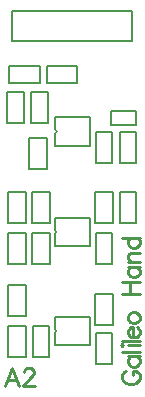
<source format=gto>
G04 Layer_Color=65535*
%FSLAX44Y44*%
%MOMM*%
G71*
G01*
G75*
%ADD14C,0.2540*%
%ADD25C,0.2000*%
D14*
X285859Y237750D02*
X280054Y252987D01*
X274250Y237750D01*
X276427Y242829D02*
X283682D01*
X290140Y249359D02*
Y250084D01*
X290865Y251536D01*
X291591Y252261D01*
X293042Y252987D01*
X295944D01*
X297395Y252261D01*
X298121Y251536D01*
X298846Y250084D01*
Y248633D01*
X298121Y247182D01*
X296670Y245006D01*
X289414Y237750D01*
X299572D01*
X376891Y250633D02*
X375440Y249908D01*
X373989Y248457D01*
X373263Y247006D01*
Y244103D01*
X373989Y242652D01*
X375440Y241201D01*
X376891Y240476D01*
X379068Y239750D01*
X382696D01*
X384872Y240476D01*
X386323Y241201D01*
X387775Y242652D01*
X388500Y244103D01*
Y247006D01*
X387775Y248457D01*
X386323Y249908D01*
X384872Y250633D01*
X382696D01*
Y247006D02*
Y250633D01*
X378342Y262823D02*
X388500D01*
X380519D02*
X379068Y261372D01*
X378342Y259921D01*
Y257744D01*
X379068Y256293D01*
X380519Y254842D01*
X382696Y254116D01*
X384147D01*
X386323Y254842D01*
X387775Y256293D01*
X388500Y257744D01*
Y259921D01*
X387775Y261372D01*
X386323Y262823D01*
X373263Y266886D02*
X388500D01*
X373263Y271530D02*
X373989Y272255D01*
X373263Y272981D01*
X372538Y272255D01*
X373263Y271530D01*
X378342Y272255D02*
X388500D01*
X373263Y275665D02*
X388500D01*
X382696Y278858D02*
Y287564D01*
X381244D01*
X379793Y286839D01*
X379068Y286113D01*
X378342Y284662D01*
Y282485D01*
X379068Y281034D01*
X380519Y279583D01*
X382696Y278858D01*
X384147D01*
X386323Y279583D01*
X387775Y281034D01*
X388500Y282485D01*
Y284662D01*
X387775Y286113D01*
X386323Y287564D01*
X378342Y294457D02*
X379068Y293006D01*
X380519Y291555D01*
X382696Y290829D01*
X384147D01*
X386323Y291555D01*
X387775Y293006D01*
X388500Y294457D01*
Y296634D01*
X387775Y298085D01*
X386323Y299536D01*
X384147Y300262D01*
X382696D01*
X380519Y299536D01*
X379068Y298085D01*
X378342Y296634D01*
Y294457D01*
X373263Y315571D02*
X388500D01*
X373263Y325729D02*
X388500D01*
X380519Y315571D02*
Y325729D01*
X378342Y338644D02*
X388500D01*
X380519D02*
X379068Y337192D01*
X378342Y335741D01*
Y333565D01*
X379068Y332114D01*
X380519Y330662D01*
X382696Y329937D01*
X384147D01*
X386323Y330662D01*
X387775Y332114D01*
X388500Y333565D01*
Y335741D01*
X387775Y337192D01*
X386323Y338644D01*
X378342Y342707D02*
X388500D01*
X381244D02*
X379068Y344883D01*
X378342Y346335D01*
Y348511D01*
X379068Y349962D01*
X381244Y350688D01*
X388500D01*
X373263Y363385D02*
X388500D01*
X380519D02*
X379068Y361934D01*
X378342Y360483D01*
Y358306D01*
X379068Y356855D01*
X380519Y355404D01*
X382696Y354678D01*
X384147D01*
X386323Y355404D01*
X387775Y356855D01*
X388500Y358306D01*
Y360483D01*
X387775Y361934D01*
X386323Y363385D01*
D25*
X316470Y366675D02*
G03*
X316470Y369925I0J1625D01*
G01*
Y451765D02*
G03*
X316470Y455015I0J1625D01*
G01*
Y282855D02*
G03*
X316470Y286105I0J1625D01*
G01*
X290210Y460710D02*
Y486710D01*
X276210D02*
X290210D01*
X276210Y460710D02*
Y486710D01*
Y460710D02*
X290210D01*
X309580Y494650D02*
X335580D01*
Y508650D01*
X309580D02*
X335580D01*
X309580Y494650D02*
Y508650D01*
X365140Y341330D02*
Y367330D01*
X351140D02*
X365140D01*
X351140Y341330D02*
Y367330D01*
Y341330D02*
X365140D01*
Y426420D02*
Y452420D01*
X351140D02*
X365140D01*
X351140Y426420D02*
Y452420D01*
Y426420D02*
X365140D01*
X371460Y375620D02*
Y401620D01*
Y375620D02*
X385460D01*
Y401620D01*
X371460D02*
X385460D01*
Y426420D02*
Y452420D01*
X371460D02*
X385460D01*
X371460Y426420D02*
Y452420D01*
Y426420D02*
X385460D01*
X365140Y256240D02*
Y282240D01*
X351140D02*
X365140D01*
X351140Y256240D02*
Y282240D01*
Y256240D02*
X365140D01*
X311800Y262590D02*
Y288590D01*
X297800D02*
X311800D01*
X297800Y262590D02*
Y288590D01*
Y262590D02*
X311800D01*
X382150Y530300D02*
Y555700D01*
X280550Y530300D02*
X382150D01*
X280550Y555700D02*
X382150D01*
X280550Y530300D02*
Y555700D01*
X277580Y494400D02*
X304080D01*
Y508900D01*
X277580D02*
X304080D01*
X277580Y494400D02*
Y508900D01*
X310780Y460460D02*
Y486960D01*
X296280D02*
X310780D01*
X296280Y460460D02*
Y486960D01*
Y460460D02*
X310780D01*
X297550Y341080D02*
Y367580D01*
Y341080D02*
X312050D01*
Y367580D01*
X297550D02*
X312050D01*
Y375370D02*
Y401870D01*
X297550D02*
X312050D01*
X297550Y375370D02*
Y401870D01*
Y375370D02*
X312050D01*
X291730Y341080D02*
Y367580D01*
X277230D02*
X291730D01*
X277230Y341080D02*
Y367580D01*
Y341080D02*
X291730D01*
X309510Y421090D02*
Y447590D01*
X295010D02*
X309510D01*
X295010Y421090D02*
Y447590D01*
Y421090D02*
X309510D01*
X277230Y375370D02*
Y401870D01*
Y375370D02*
X291730D01*
Y401870D01*
X277230D02*
X291730D01*
X385150Y459070D02*
Y470570D01*
X364150Y459070D02*
X385150D01*
X364150D02*
Y470570D01*
X385150D01*
X350890Y375370D02*
Y401870D01*
Y375370D02*
X365390D01*
Y401870D01*
X350890D02*
X365390D01*
X277230Y296630D02*
Y323130D01*
Y296630D02*
X291730D01*
Y323130D01*
X277230D02*
X291730D01*
X365390Y289010D02*
Y315510D01*
X350890D02*
X365390D01*
X350890Y289010D02*
Y315510D01*
Y289010D02*
X365390D01*
X291730Y262340D02*
Y288840D01*
X277230D02*
X291730D01*
X277230Y262340D02*
Y288840D01*
Y262340D02*
X291730D01*
X316470Y356300D02*
X346470D01*
X346470D02*
Y380300D01*
X316470D02*
X346470D01*
X316470Y369925D02*
Y380300D01*
Y356300D02*
Y366675D01*
X316470Y441390D02*
X346470D01*
X346470D02*
Y465390D01*
X316470D02*
X346470D01*
X316470Y455015D02*
Y465390D01*
Y441390D02*
Y451765D01*
X316470Y272480D02*
X346470D01*
X346470D02*
Y296480D01*
X316470D02*
X346470D01*
X316470Y286105D02*
Y296480D01*
Y272480D02*
Y282855D01*
M02*

</source>
